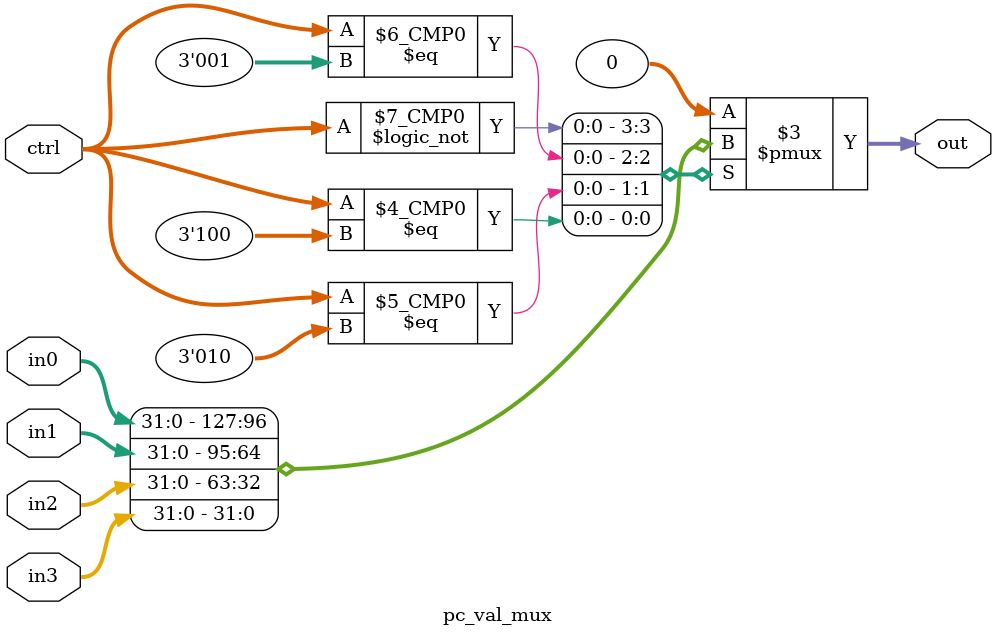
<source format=v>
module pc_val_mux 
	#(parameter SIZE = 32)
	(
	input wire [2:0] ctrl,
	input wire [SIZE-1:0] in0,
	input wire [SIZE-1:0] in1,
	input wire [SIZE-1:0] in2,
	input wire [SIZE-1:0] in3,

	output reg [SIZE-1:0] out
	);

	always @*
		 case(ctrl)
			3'b000: out <= in0;
			3'b001: out <= in1;
			3'b010: out <= in2;
			3'b100: out <= in3;
			default: out <= 3'b0;
		endcase

endmodule

</source>
